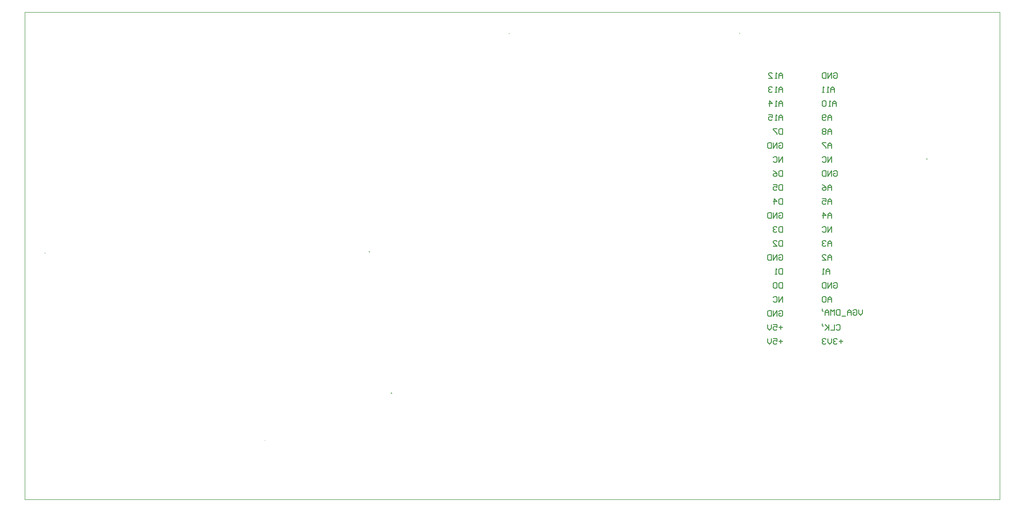
<source format=gbo>
%FSTAX23Y23*%
%MOIN*%
%SFA1B1*%

%IPPOS*%
%ADD17C,0.008000*%
%ADD19C,0.002360*%
%ADD20C,0.004720*%
%ADD21C,0.002700*%
%LN6502_carrier-1*%
%LPD*%
G54D17*
X07485Y04116D02*
X07492Y04122D01*
X07505*
X07512Y04116*
Y04089*
X07505Y04083*
X07492*
X07485Y04089*
Y04102*
X07498*
X07472Y04083D02*
Y04122D01*
X07445Y04083*
Y04122*
X07432D02*
Y04083D01*
X07412*
X07405Y04089*
Y04116*
X07412Y04122*
X07432*
X07492Y03983D02*
Y04009D01*
X07478Y04022*
X07465Y04009*
Y03983*
Y04002*
X07492*
X07452Y03983D02*
X07438D01*
X07445*
Y04022*
X07452Y04016*
X07418Y03983D02*
X07405D01*
X07412*
Y04022*
X07418Y04016*
X07505Y03883D02*
Y03909D01*
X07492Y03922*
X07478Y03909*
Y03883*
Y03902*
X07505*
X07465Y03883D02*
X07452D01*
X07458*
Y03922*
X07465Y03916*
X07432D02*
X07425Y03922D01*
X07412*
X07405Y03916*
Y03889*
X07412Y03883*
X07425*
X07432Y03889*
Y03916*
X07472Y03783D02*
Y03809D01*
X07458Y03822*
X07445Y03809*
Y03783*
Y03802*
X07472*
X07432Y03789D02*
X07425Y03783D01*
X07412*
X07405Y03789*
Y03816*
X07412Y03822*
X07425*
X07432Y03816*
Y03809*
X07425Y03802*
X07405*
X07472Y03683D02*
Y03709D01*
X07458Y03722*
X07445Y03709*
Y03683*
Y03702*
X07472*
X07432Y03716D02*
X07425Y03722D01*
X07412*
X07405Y03716*
Y03709*
X07412Y03702*
X07405Y03696*
Y03689*
X07412Y03683*
X07425*
X07432Y03689*
Y03696*
X07425Y03702*
X07432Y03709*
Y03716*
X07425Y03702D02*
X07412D01*
X07472Y03583D02*
Y03609D01*
X07458Y03622*
X07445Y03609*
Y03583*
Y03602*
X07472*
X07432Y03622D02*
X07405D01*
Y03616*
X07432Y03589*
Y03583*
X07472Y03483D02*
Y03522D01*
X07445Y03483*
Y03522*
X07405Y03516D02*
X07412Y03522D01*
X07425*
X07432Y03516*
Y03489*
X07425Y03483*
X07412*
X07405Y03489*
X07485Y03416D02*
X07492Y03422D01*
X07505*
X07512Y03416*
Y03389*
X07505Y03383*
X07492*
X07485Y03389*
Y03402*
X07498*
X07472Y03383D02*
Y03422D01*
X07445Y03383*
Y03422*
X07432D02*
Y03383D01*
X07412*
X07405Y03389*
Y03416*
X07412Y03422*
X07432*
X07472Y03283D02*
Y03309D01*
X07458Y03322*
X07445Y03309*
Y03283*
Y03302*
X07472*
X07405Y03322D02*
X07418Y03316D01*
X07432Y03302*
Y03289*
X07425Y03283*
X07412*
X07405Y03289*
Y03296*
X07412Y03302*
X07432*
X07472Y03183D02*
Y03209D01*
X07458Y03222*
X07445Y03209*
Y03183*
Y03202*
X07472*
X07405Y03222D02*
X07432D01*
Y03202*
X07418Y03209*
X07412*
X07405Y03202*
Y03189*
X07412Y03183*
X07425*
X07432Y03189*
X07472Y02983D02*
Y03022D01*
X07445Y02983*
Y03022*
X07405Y03016D02*
X07412Y03022D01*
X07425*
X07432Y03016*
Y02989*
X07425Y02983*
X07412*
X07405Y02989*
X07472Y03083D02*
Y03109D01*
X07458Y03122*
X07445Y03109*
Y03083*
Y03102*
X07472*
X07412Y03083D02*
Y03122D01*
X07432Y03102*
X07405*
X07472Y02883D02*
Y02909D01*
X07458Y02922*
X07445Y02909*
Y02883*
Y02902*
X07472*
X07432Y02916D02*
X07425Y02922D01*
X07412*
X07405Y02916*
Y02909*
X07412Y02902*
X07418*
X07412*
X07405Y02896*
Y02889*
X07412Y02883*
X07425*
X07432Y02889*
X07472Y02783D02*
Y02809D01*
X07458Y02822*
X07445Y02809*
Y02783*
Y02802*
X07472*
X07405Y02783D02*
X07432D01*
X07405Y02809*
Y02816*
X07412Y02822*
X07425*
X07432Y02816*
X07458Y02683D02*
Y02709D01*
X07445Y02722*
X07432Y02709*
Y02683*
Y02702*
X07458*
X07418Y02683D02*
X07405D01*
X07412*
Y02722*
X07418Y02716*
X07485Y02616D02*
X07492Y02622D01*
X07505*
X07512Y02616*
Y02589*
X07505Y02583*
X07492*
X07485Y02589*
Y02602*
X07498*
X07472Y02583D02*
Y02622D01*
X07445Y02583*
Y02622*
X07432D02*
Y02583D01*
X07412*
X07405Y02589*
Y02616*
X07412Y02622*
X07432*
X07472Y02483D02*
Y02509D01*
X07458Y02522*
X07445Y02509*
Y02483*
Y02502*
X07472*
X07432Y02516D02*
X07425Y02522D01*
X07412*
X07405Y02516*
Y02489*
X07412Y02483*
X07425*
X07432Y02489*
Y02516*
X07692Y02429D02*
Y02402D01*
X07678Y02389*
X07665Y02402*
Y02429*
X07625Y02422D02*
X07632Y02429D01*
X07645*
X07652Y02422*
Y02396*
X07645Y02389*
X07632*
X07625Y02396*
Y02409*
X07638*
X07612Y02389D02*
Y02416D01*
X07598Y02429*
X07585Y02416*
Y02389*
Y02409*
X07612*
X07572Y02383D02*
X07545D01*
X07532Y02429D02*
Y02389D01*
X07512*
X07505Y02396*
Y02422*
X07512Y02429*
X07532*
X07492Y02389D02*
Y02429D01*
X07478Y02416*
X07465Y02429*
Y02389*
X07452D02*
Y02416D01*
X07438Y02429*
X07425Y02416*
Y02389*
Y02409*
X07452*
X07405Y02436D02*
Y02422D01*
X07412Y02416*
X07505Y02316D02*
X07512Y02322D01*
X07525*
X07532Y02316*
Y02289*
X07525Y02283*
X07512*
X07505Y02289*
X07492Y02322D02*
Y02283D01*
X07465*
X07452Y02322D02*
Y02283D01*
Y02296*
X07425Y02322*
X07445Y02302*
X07425Y02283*
X07405Y02329D02*
Y02316D01*
X07412Y02309*
X07552Y02202D02*
X07525D01*
X07538Y02216D02*
Y02189D01*
X07512Y02216D02*
X07505Y02222D01*
X07492*
X07485Y02216*
Y02209*
X07492Y02202*
X07498*
X07492*
X07485Y02196*
Y02189*
X07492Y02183*
X07505*
X07512Y02189*
X07472Y02222D02*
Y02196D01*
X07458Y02183*
X07445Y02196*
Y02222*
X07432Y02216D02*
X07425Y02222D01*
X07412*
X07405Y02216*
Y02209*
X07412Y02202*
X07418*
X07412*
X07405Y02196*
Y02189*
X07412Y02183*
X07425*
X07432Y02189*
X07122Y02202D02*
X07095D01*
X07108Y02216D02*
Y02189D01*
X07055Y02222D02*
X07082D01*
Y02202*
X07068Y02209*
X07062*
X07055Y02202*
Y02189*
X07062Y02183*
X07075*
X07082Y02189*
X07042Y02222D02*
Y02196D01*
X07028Y02183*
X07015Y02196*
Y02222*
X07122Y02302D02*
X07095D01*
X07108Y02316D02*
Y02289D01*
X07055Y02322D02*
X07082D01*
Y02302*
X07068Y02309*
X07062*
X07055Y02302*
Y02289*
X07062Y02283*
X07075*
X07082Y02289*
X07042Y02322D02*
Y02296D01*
X07028Y02283*
X07015Y02296*
Y02322*
X07122Y02483D02*
Y02522D01*
X07095Y02483*
Y02522*
X07055Y02516D02*
X07062Y02522D01*
X07075*
X07082Y02516*
Y02489*
X07075Y02483*
X07062*
X07055Y02489*
X07095Y02416D02*
X07102Y02422D01*
X07115*
X07122Y02416*
Y02389*
X07115Y02383*
X07102*
X07095Y02389*
Y02402*
X07108*
X07082Y02383D02*
Y02422D01*
X07055Y02383*
Y02422*
X07042D02*
Y02383D01*
X07022*
X07015Y02389*
Y02416*
X07022Y02422*
X07042*
X07122Y02622D02*
Y02583D01*
X07102*
X07095Y02589*
Y02616*
X07102Y02622*
X07122*
X07082Y02616D02*
X07075Y02622D01*
X07062*
X07055Y02616*
Y02589*
X07062Y02583*
X07075*
X07082Y02589*
Y02616*
X07122Y02722D02*
Y02683D01*
X07102*
X07095Y02689*
Y02716*
X07102Y02722*
X07122*
X07082Y02683D02*
X07068D01*
X07075*
Y02722*
X07082Y02716*
X07095Y02816D02*
X07102Y02822D01*
X07115*
X07122Y02816*
Y02789*
X07115Y02783*
X07102*
X07095Y02789*
Y02802*
X07108*
X07082Y02783D02*
Y02822D01*
X07055Y02783*
Y02822*
X07042D02*
Y02783D01*
X07022*
X07015Y02789*
Y02816*
X07022Y02822*
X07042*
X07122Y02922D02*
Y02883D01*
X07102*
X07095Y02889*
Y02916*
X07102Y02922*
X07122*
X07055Y02883D02*
X07082D01*
X07055Y02909*
Y02916*
X07062Y02922*
X07075*
X07082Y02916*
X07122Y03022D02*
Y02983D01*
X07102*
X07095Y02989*
Y03016*
X07102Y03022*
X07122*
X07082Y03016D02*
X07075Y03022D01*
X07062*
X07055Y03016*
Y03009*
X07062Y03002*
X07068*
X07062*
X07055Y02996*
Y02989*
X07062Y02983*
X07075*
X07082Y02989*
X07122Y03422D02*
Y03383D01*
X07102*
X07095Y03389*
Y03416*
X07102Y03422*
X07122*
X07055D02*
X07068Y03416D01*
X07082Y03402*
Y03389*
X07075Y03383*
X07062*
X07055Y03389*
Y03396*
X07062Y03402*
X07082*
X07122Y03322D02*
Y03283D01*
X07102*
X07095Y03289*
Y03316*
X07102Y03322*
X07122*
X07055D02*
X07082D01*
Y03302*
X07068Y03309*
X07062*
X07055Y03302*
Y03289*
X07062Y03283*
X07075*
X07082Y03289*
X07122Y03222D02*
Y03183D01*
X07102*
X07095Y03189*
Y03216*
X07102Y03222*
X07122*
X07062Y03183D02*
Y03222D01*
X07082Y03202*
X07055*
X07095Y03116D02*
X07102Y03122D01*
X07115*
X07122Y03116*
Y03089*
X07115Y03083*
X07102*
X07095Y03089*
Y03102*
X07108*
X07082Y03083D02*
Y03122D01*
X07055Y03083*
Y03122*
X07042D02*
Y03083D01*
X07022*
X07015Y03089*
Y03116*
X07022Y03122*
X07042*
X07122Y03483D02*
Y03522D01*
X07095Y03483*
Y03522*
X07055Y03516D02*
X07062Y03522D01*
X07075*
X07082Y03516*
Y03489*
X07075Y03483*
X07062*
X07055Y03489*
X07095Y03616D02*
X07102Y03622D01*
X07115*
X07122Y03616*
Y03589*
X07115Y03583*
X07102*
X07095Y03589*
Y03602*
X07108*
X07082Y03583D02*
Y03622D01*
X07055Y03583*
Y03622*
X07042D02*
Y03583D01*
X07022*
X07015Y03589*
Y03616*
X07022Y03622*
X07042*
X07122Y03722D02*
Y03683D01*
X07102*
X07095Y03689*
Y03716*
X07102Y03722*
X07122*
X07082D02*
X07055D01*
Y03716*
X07082Y03689*
Y03683*
X07122Y03783D02*
Y03809D01*
X07108Y03822*
X07095Y03809*
Y03783*
Y03802*
X07122*
X07082Y03783D02*
X07068D01*
X07075*
Y03822*
X07082Y03816*
X07022Y03822D02*
X07048D01*
Y03802*
X07035Y03809*
X07028*
X07022Y03802*
Y03789*
X07028Y03783*
X07042*
X07048Y03789*
X07122Y03883D02*
Y03909D01*
X07108Y03922*
X07095Y03909*
Y03883*
Y03902*
X07122*
X07082Y03883D02*
X07068D01*
X07075*
Y03922*
X07082Y03916*
X07028Y03883D02*
Y03922D01*
X07048Y03902*
X07022*
X07122Y03983D02*
Y04009D01*
X07108Y04022*
X07095Y04009*
Y03983*
Y04002*
X07122*
X07082Y03983D02*
X07068D01*
X07075*
Y04022*
X07082Y04016*
X07048D02*
X07042Y04022D01*
X07028*
X07022Y04016*
Y04009*
X07028Y04002*
X07035*
X07028*
X07022Y03996*
Y03989*
X07028Y03983*
X07042*
X07048Y03989*
X07122Y04083D02*
Y04109D01*
X07108Y04122*
X07095Y04109*
Y04083*
Y04102*
X07122*
X07082Y04083D02*
X07068D01*
X07075*
Y04122*
X07082Y04116*
X07022Y04083D02*
X07048D01*
X07022Y04109*
Y04116*
X07028Y04122*
X07042*
X07048Y04116*
G54D19*
X06814Y04405D02*
D01*
X06814Y04405*
X06814Y04405*
X06814Y04405*
X06814Y04405*
X06814Y04405*
X06814Y04405*
X06814Y04405*
X06814Y04406*
X06814Y04406*
X06814Y04406*
X06814Y04406*
X06814Y04406*
X06814Y04406*
X06814Y04406*
X06813Y04406*
X06813Y04406*
X06813Y04406*
X06813Y04406*
X06813Y04406*
X06813Y04406*
X06813Y04406*
X06813Y04406*
X06813*
X06813Y04406*
X06813Y04406*
X06813Y04406*
X06812Y04406*
X06812Y04406*
X06812Y04406*
X06812Y04406*
X06812Y04406*
X06812Y04406*
X06812Y04406*
X06812Y04406*
X06812Y04406*
X06812Y04406*
X06812Y04406*
X06812Y04405*
X06812Y04405*
X06812Y04405*
X06812Y04405*
X06812Y04405*
X06812Y04405*
X06812Y04405*
X06812Y04405*
X06812Y04405*
X06812Y04405*
X06812Y04405*
X06812Y04405*
X06812Y04405*
X06812Y04404*
X06812Y04404*
X06812Y04404*
X06812Y04404*
X06812Y04404*
X06812Y04404*
X06812Y04404*
X06812Y04404*
X06812Y04404*
X06812Y04404*
X06812Y04404*
X06812Y04404*
X06812Y04404*
X06813Y04404*
X06813Y04404*
X06813Y04404*
X06813Y04404*
X06813*
X06813Y04404*
X06813Y04404*
X06813Y04404*
X06813Y04404*
X06813Y04404*
X06813Y04404*
X06813Y04404*
X06814Y04404*
X06814Y04404*
X06814Y04404*
X06814Y04404*
X06814Y04404*
X06814Y04404*
X06814Y04404*
X06814Y04404*
X06814Y04404*
X06814Y04405*
X06814Y04405*
X06814Y04405*
X06814Y04405*
X06814Y04405*
X06814Y04405*
X0815Y03507D02*
D01*
X0815Y03507*
X0815Y03507*
X0815Y03507*
X0815Y03507*
X08149Y03507*
X08149Y03507*
X08149Y03507*
X08149Y03507*
X08149Y03507*
X08149Y03507*
X08149Y03508*
X08149Y03508*
X08149Y03508*
X08149Y03508*
X08149Y03508*
X08149Y03508*
X08149Y03508*
X08149Y03508*
X08149Y03508*
X08149Y03508*
X08149Y03508*
X08148Y03508*
X08148*
X08148Y03508*
X08148Y03508*
X08148Y03508*
X08148Y03508*
X08148Y03508*
X08148Y03508*
X08148Y03508*
X08148Y03508*
X08148Y03508*
X08148Y03508*
X08148Y03508*
X08147Y03507*
X08147Y03507*
X08147Y03507*
X08147Y03507*
X08147Y03507*
X08147Y03507*
X08147Y03507*
X08147Y03507*
X08147Y03507*
X08147Y03507*
X08147Y03507*
X08147Y03507*
X08147Y03507*
X08147Y03506*
X08147Y03506*
X08147Y03506*
X08147Y03506*
X08147Y03506*
X08147Y03506*
X08147Y03506*
X08147Y03506*
X08148Y03506*
X08148Y03506*
X08148Y03506*
X08148Y03506*
X08148Y03506*
X08148Y03506*
X08148Y03506*
X08148Y03506*
X08148Y03506*
X08148Y03506*
X08148Y03506*
X08148Y03506*
X08148*
X08149Y03506*
X08149Y03506*
X08149Y03506*
X08149Y03506*
X08149Y03506*
X08149Y03506*
X08149Y03506*
X08149Y03506*
X08149Y03506*
X08149Y03506*
X08149Y03506*
X08149Y03506*
X08149Y03506*
X08149Y03506*
X08149Y03506*
X08149Y03506*
X08149Y03506*
X0815Y03506*
X0815Y03506*
X0815Y03507*
X0815Y03507*
X0815Y03507*
X05169Y04404D02*
D01*
X05169Y04404*
X05169Y04404*
X05169Y04404*
X05169Y04404*
X05169Y04404*
X05169Y04404*
X05169Y04404*
X05169Y04405*
X05169Y04405*
X05169Y04405*
X05169Y04405*
X05169Y04405*
X05169Y04405*
X05169Y04405*
X05168Y04405*
X05168Y04405*
X05168Y04405*
X05168Y04405*
X05168Y04405*
X05168Y04405*
X05168Y04405*
X05168Y04405*
X05168*
X05168Y04405*
X05168Y04405*
X05168Y04405*
X05167Y04405*
X05167Y04405*
X05167Y04405*
X05167Y04405*
X05167Y04405*
X05167Y04405*
X05167Y04405*
X05167Y04405*
X05167Y04405*
X05167Y04405*
X05167Y04405*
X05167Y04404*
X05167Y04404*
X05167Y04404*
X05167Y04404*
X05167Y04404*
X05167Y04404*
X05167Y04404*
X05167Y04404*
X05167Y04404*
X05167Y04404*
X05167Y04404*
X05167Y04404*
X05167Y04404*
X05167Y04403*
X05167Y04403*
X05167Y04403*
X05167Y04403*
X05167Y04403*
X05167Y04403*
X05167Y04403*
X05167Y04403*
X05167Y04403*
X05167Y04403*
X05167Y04403*
X05167Y04403*
X05167Y04403*
X05168Y04403*
X05168Y04403*
X05168Y04403*
X05168Y04403*
X05168*
X05168Y04403*
X05168Y04403*
X05168Y04403*
X05168Y04403*
X05168Y04403*
X05168Y04403*
X05168Y04403*
X05169Y04403*
X05169Y04403*
X05169Y04403*
X05169Y04403*
X05169Y04403*
X05169Y04403*
X05169Y04403*
X05169Y04403*
X05169Y04403*
X05169Y04404*
X05169Y04404*
X05169Y04404*
X05169Y04404*
X05169Y04404*
X05169Y04404*
X01856Y02834D02*
D01*
X01856Y02834*
X01856Y02834*
X01856Y02834*
X01856Y02834*
X01856Y02834*
X01856Y02835*
X01856Y02835*
X01856Y02835*
X01855Y02835*
X01855Y02835*
X01855Y02835*
X01855Y02835*
X01855Y02835*
X01855Y02835*
X01855Y02835*
X01855Y02835*
X01855Y02835*
X01855Y02835*
X01855Y02835*
X01855Y02835*
X01855Y02835*
X01855Y02835*
X01854*
X01854Y02835*
X01854Y02835*
X01854Y02835*
X01854Y02835*
X01854Y02835*
X01854Y02835*
X01854Y02835*
X01854Y02835*
X01854Y02835*
X01854Y02835*
X01854Y02835*
X01854Y02835*
X01854Y02835*
X01853Y02835*
X01853Y02835*
X01853Y02835*
X01853Y02834*
X01853Y02834*
X01853Y02834*
X01853Y02834*
X01853Y02834*
X01853Y02834*
X01853Y02834*
X01853Y02834*
X01853Y02834*
X01853Y02834*
X01853Y02834*
X01853Y02834*
X01853Y02834*
X01853Y02833*
X01854Y02833*
X01854Y02833*
X01854Y02833*
X01854Y02833*
X01854Y02833*
X01854Y02833*
X01854Y02833*
X01854Y02833*
X01854Y02833*
X01854Y02833*
X01854Y02833*
X01854Y02833*
X01854Y02833*
X01854Y02833*
X01855*
X01855Y02833*
X01855Y02833*
X01855Y02833*
X01855Y02833*
X01855Y02833*
X01855Y02833*
X01855Y02833*
X01855Y02833*
X01855Y02833*
X01855Y02833*
X01855Y02833*
X01855Y02833*
X01855Y02833*
X01856Y02833*
X01856Y02834*
X01856Y02834*
X01856Y02834*
X01856Y02834*
X01856Y02834*
X01856Y02834*
X01856Y02834*
X01856Y02834*
X04171Y02844D02*
D01*
X04171Y02844*
X04171Y02844*
X04171Y02844*
X04171Y02844*
X04171Y02844*
X04171Y02845*
X04171Y02845*
X04171Y02845*
X0417Y02845*
X0417Y02845*
X0417Y02845*
X0417Y02845*
X0417Y02845*
X0417Y02845*
X0417Y02845*
X0417Y02845*
X0417Y02845*
X0417Y02845*
X0417Y02845*
X0417Y02845*
X0417Y02845*
X0417Y02845*
X04169*
X04169Y02845*
X04169Y02845*
X04169Y02845*
X04169Y02845*
X04169Y02845*
X04169Y02845*
X04169Y02845*
X04169Y02845*
X04169Y02845*
X04169Y02845*
X04169Y02845*
X04169Y02845*
X04169Y02845*
X04168Y02845*
X04168Y02845*
X04168Y02845*
X04168Y02844*
X04168Y02844*
X04168Y02844*
X04168Y02844*
X04168Y02844*
X04168Y02844*
X04168Y02844*
X04168Y02844*
X04168Y02844*
X04168Y02844*
X04168Y02844*
X04168Y02844*
X04168Y02844*
X04168Y02843*
X04169Y02843*
X04169Y02843*
X04169Y02843*
X04169Y02843*
X04169Y02843*
X04169Y02843*
X04169Y02843*
X04169Y02843*
X04169Y02843*
X04169Y02843*
X04169Y02843*
X04169Y02843*
X04169Y02843*
X04169Y02843*
X0417*
X0417Y02843*
X0417Y02843*
X0417Y02843*
X0417Y02843*
X0417Y02843*
X0417Y02843*
X0417Y02843*
X0417Y02843*
X0417Y02843*
X0417Y02843*
X0417Y02843*
X0417Y02843*
X0417Y02843*
X04171Y02843*
X04171Y02844*
X04171Y02844*
X04171Y02844*
X04171Y02844*
X04171Y02844*
X04171Y02844*
X04171Y02844*
X04171Y02844*
X03426Y01495D02*
D01*
X03426Y01495*
X03426Y01495*
X03426Y01495*
X03426Y01495*
X03426Y01495*
X03426Y01496*
X03426Y01496*
X03426Y01496*
X03425Y01496*
X03425Y01496*
X03425Y01496*
X03425Y01496*
X03425Y01496*
X03425Y01496*
X03425Y01496*
X03425Y01496*
X03425Y01496*
X03425Y01496*
X03425Y01496*
X03425Y01496*
X03425Y01496*
X03425Y01496*
X03424*
X03424Y01496*
X03424Y01496*
X03424Y01496*
X03424Y01496*
X03424Y01496*
X03424Y01496*
X03424Y01496*
X03424Y01496*
X03424Y01496*
X03424Y01496*
X03424Y01496*
X03424Y01496*
X03424Y01496*
X03423Y01496*
X03423Y01496*
X03423Y01496*
X03423Y01495*
X03423Y01495*
X03423Y01495*
X03423Y01495*
X03423Y01495*
X03423Y01495*
X03423Y01495*
X03423Y01495*
X03423Y01495*
X03423Y01495*
X03423Y01495*
X03423Y01495*
X03423Y01494*
X03423Y01494*
X03424Y01494*
X03424Y01494*
X03424Y01494*
X03424Y01494*
X03424Y01494*
X03424Y01494*
X03424Y01494*
X03424Y01494*
X03424Y01494*
X03424Y01494*
X03424Y01494*
X03424Y01494*
X03424Y01494*
X03424Y01494*
X03425*
X03425Y01494*
X03425Y01494*
X03425Y01494*
X03425Y01494*
X03425Y01494*
X03425Y01494*
X03425Y01494*
X03425Y01494*
X03425Y01494*
X03425Y01494*
X03425Y01494*
X03425Y01494*
X03425Y01494*
X03426Y01494*
X03426Y01494*
X03426Y01495*
X03426Y01495*
X03426Y01495*
X03426Y01495*
X03426Y01495*
X03426Y01495*
X03426Y01495*
G54D20*
X0433Y01832D02*
D01*
X0433Y01832*
X0433Y01833*
X0433Y01833*
X04329Y01833*
X04329Y01833*
X04329Y01833*
X04329Y01833*
X04329Y01833*
X04329Y01834*
X04329Y01834*
X04329Y01834*
X04329Y01834*
X04329Y01834*
X04329Y01834*
X04328Y01834*
X04328Y01834*
X04328Y01834*
X04328Y01834*
X04328Y01834*
X04328Y01835*
X04327Y01835*
X04327Y01835*
X04327*
X04327Y01835*
X04327Y01835*
X04327Y01834*
X04326Y01834*
X04326Y01834*
X04326Y01834*
X04326Y01834*
X04326Y01834*
X04326Y01834*
X04326Y01834*
X04326Y01834*
X04325Y01834*
X04325Y01834*
X04325Y01833*
X04325Y01833*
X04325Y01833*
X04325Y01833*
X04325Y01833*
X04325Y01833*
X04325Y01833*
X04325Y01832*
X04325Y01832*
X04325Y01832*
X04325Y01832*
X04325Y01832*
X04325Y01832*
X04325Y01831*
X04325Y01831*
X04325Y01831*
X04325Y01831*
X04325Y01831*
X04325Y01831*
X04326Y01831*
X04326Y0183*
X04326Y0183*
X04326Y0183*
X04326Y0183*
X04326Y0183*
X04326Y0183*
X04326Y0183*
X04327Y0183*
X04327Y0183*
X04327Y0183*
X04327Y0183*
X04327*
X04327Y0183*
X04328Y0183*
X04328Y0183*
X04328Y0183*
X04328Y0183*
X04328Y0183*
X04328Y0183*
X04329Y0183*
X04329Y0183*
X04329Y0183*
X04329Y01831*
X04329Y01831*
X04329Y01831*
X04329Y01831*
X04329Y01831*
X04329Y01831*
X04329Y01831*
X04329Y01832*
X0433Y01832*
X0433Y01832*
X0433Y01832*
X0433Y01832*
G54D21*
X0867Y0107D02*
Y04555D01*
X0171D02*
X0867D01*
X0171Y0107D02*
Y04555D01*
Y0107D02*
X0867D01*
M02*
</source>
